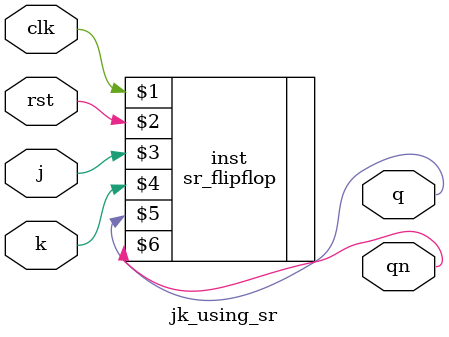
<source format=v>
module jk_using_sr(clk,rst,j,k,q,qn);
	input clk,rst,j,k;
	output  q,qn;
	 wire temp1,temp2;
	sr_flipflop inst(clk,rst,j,k,q,qn);

	assign temp1 = j & qn;
	assign temp2 = k & q;
	
	endmodule
	

</source>
